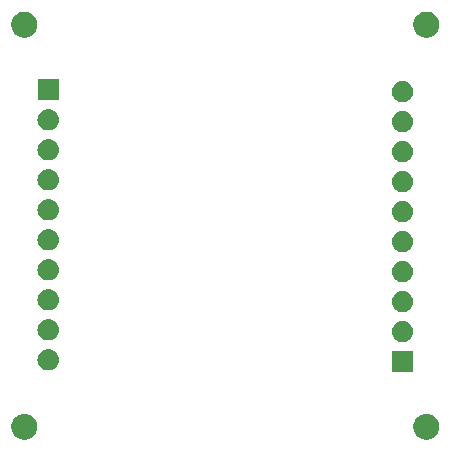
<source format=gbs>
G04 #@! TF.GenerationSoftware,KiCad,Pcbnew,5.0.2-bee76a0~70~ubuntu16.04.1*
G04 #@! TF.CreationDate,2019-08-01T02:01:20+05:30*
G04 #@! TF.ProjectId,AR0135_STM32F746G-DISCO_adapter_rev1,41523031-3335-45f5-9354-4d3332463734,rev?*
G04 #@! TF.SameCoordinates,Original*
G04 #@! TF.FileFunction,Soldermask,Bot*
G04 #@! TF.FilePolarity,Negative*
%FSLAX46Y46*%
G04 Gerber Fmt 4.6, Leading zero omitted, Abs format (unit mm)*
G04 Created by KiCad (PCBNEW 5.0.2-bee76a0~70~ubuntu16.04.1) date Thu Aug  1 02:01:20 2019*
%MOMM*%
%LPD*%
G01*
G04 APERTURE LIST*
%ADD10C,0.100000*%
G04 APERTURE END LIST*
D10*
G36*
X47234794Y-45940155D02*
X47341150Y-45961311D01*
X47411990Y-45990654D01*
X47541516Y-46044305D01*
X47721850Y-46164801D01*
X47875199Y-46318150D01*
X47995695Y-46498484D01*
X48078689Y-46698851D01*
X48121000Y-46911560D01*
X48121000Y-47128440D01*
X48078689Y-47341149D01*
X47995695Y-47541516D01*
X47875199Y-47721850D01*
X47721850Y-47875199D01*
X47541516Y-47995695D01*
X47411990Y-48049346D01*
X47341150Y-48078689D01*
X47234794Y-48099845D01*
X47128440Y-48121000D01*
X46911560Y-48121000D01*
X46805205Y-48099844D01*
X46698850Y-48078689D01*
X46628010Y-48049346D01*
X46498484Y-47995695D01*
X46318150Y-47875199D01*
X46164801Y-47721850D01*
X46044305Y-47541516D01*
X45961311Y-47341149D01*
X45919000Y-47128440D01*
X45919000Y-46911560D01*
X45961311Y-46698851D01*
X46044305Y-46498484D01*
X46164801Y-46318150D01*
X46318150Y-46164801D01*
X46498484Y-46044305D01*
X46628010Y-45990654D01*
X46698850Y-45961311D01*
X46805205Y-45940156D01*
X46911560Y-45919000D01*
X47128440Y-45919000D01*
X47234794Y-45940155D01*
X47234794Y-45940155D01*
G37*
G36*
X13194794Y-45940155D02*
X13301150Y-45961311D01*
X13371990Y-45990654D01*
X13501516Y-46044305D01*
X13681850Y-46164801D01*
X13835199Y-46318150D01*
X13955695Y-46498484D01*
X14038689Y-46698851D01*
X14081000Y-46911560D01*
X14081000Y-47128440D01*
X14038689Y-47341149D01*
X13955695Y-47541516D01*
X13835199Y-47721850D01*
X13681850Y-47875199D01*
X13501516Y-47995695D01*
X13371990Y-48049346D01*
X13301150Y-48078689D01*
X13194795Y-48099844D01*
X13088440Y-48121000D01*
X12871560Y-48121000D01*
X12765205Y-48099844D01*
X12658850Y-48078689D01*
X12588010Y-48049346D01*
X12458484Y-47995695D01*
X12278150Y-47875199D01*
X12124801Y-47721850D01*
X12004305Y-47541516D01*
X11921311Y-47341149D01*
X11879000Y-47128440D01*
X11879000Y-46911560D01*
X11921311Y-46698851D01*
X12004305Y-46498484D01*
X12124801Y-46318150D01*
X12278150Y-46164801D01*
X12458484Y-46044305D01*
X12588010Y-45990654D01*
X12658850Y-45961311D01*
X12765206Y-45940155D01*
X12871560Y-45919000D01*
X13088440Y-45919000D01*
X13194794Y-45940155D01*
X13194794Y-45940155D01*
G37*
G36*
X45901000Y-42401000D02*
X44099000Y-42401000D01*
X44099000Y-40599000D01*
X45901000Y-40599000D01*
X45901000Y-42401000D01*
X45901000Y-42401000D01*
G37*
G36*
X15110442Y-40465518D02*
X15176627Y-40472037D01*
X15289853Y-40506384D01*
X15346467Y-40523557D01*
X15485087Y-40597652D01*
X15502991Y-40607222D01*
X15538729Y-40636552D01*
X15640186Y-40719814D01*
X15723448Y-40821271D01*
X15752778Y-40857009D01*
X15752779Y-40857011D01*
X15836443Y-41013533D01*
X15836443Y-41013534D01*
X15887963Y-41183373D01*
X15905359Y-41360000D01*
X15887963Y-41536627D01*
X15853616Y-41649853D01*
X15836443Y-41706467D01*
X15762348Y-41845087D01*
X15752778Y-41862991D01*
X15723448Y-41898729D01*
X15640186Y-42000186D01*
X15538729Y-42083448D01*
X15502991Y-42112778D01*
X15502989Y-42112779D01*
X15346467Y-42196443D01*
X15289853Y-42213616D01*
X15176627Y-42247963D01*
X15110443Y-42254481D01*
X15044260Y-42261000D01*
X14955740Y-42261000D01*
X14889557Y-42254481D01*
X14823373Y-42247963D01*
X14710147Y-42213616D01*
X14653533Y-42196443D01*
X14497011Y-42112779D01*
X14497009Y-42112778D01*
X14461271Y-42083448D01*
X14359814Y-42000186D01*
X14276552Y-41898729D01*
X14247222Y-41862991D01*
X14237652Y-41845087D01*
X14163557Y-41706467D01*
X14146384Y-41649853D01*
X14112037Y-41536627D01*
X14094641Y-41360000D01*
X14112037Y-41183373D01*
X14163557Y-41013534D01*
X14163557Y-41013533D01*
X14247221Y-40857011D01*
X14247222Y-40857009D01*
X14276552Y-40821271D01*
X14359814Y-40719814D01*
X14461271Y-40636552D01*
X14497009Y-40607222D01*
X14514913Y-40597652D01*
X14653533Y-40523557D01*
X14710147Y-40506384D01*
X14823373Y-40472037D01*
X14889558Y-40465518D01*
X14955740Y-40459000D01*
X15044260Y-40459000D01*
X15110442Y-40465518D01*
X15110442Y-40465518D01*
G37*
G36*
X45110442Y-38065518D02*
X45176627Y-38072037D01*
X45289853Y-38106384D01*
X45346467Y-38123557D01*
X45451715Y-38179814D01*
X45502991Y-38207222D01*
X45538729Y-38236552D01*
X45640186Y-38319814D01*
X45723448Y-38421271D01*
X45752778Y-38457009D01*
X45752779Y-38457011D01*
X45836443Y-38613533D01*
X45836443Y-38613534D01*
X45887963Y-38783373D01*
X45905359Y-38960000D01*
X45887963Y-39136627D01*
X45878911Y-39166466D01*
X45836443Y-39306467D01*
X45762348Y-39445087D01*
X45752778Y-39462991D01*
X45723448Y-39498729D01*
X45640186Y-39600186D01*
X45538729Y-39683448D01*
X45502991Y-39712778D01*
X45502989Y-39712779D01*
X45346467Y-39796443D01*
X45289853Y-39813616D01*
X45176627Y-39847963D01*
X45110442Y-39854482D01*
X45044260Y-39861000D01*
X44955740Y-39861000D01*
X44889558Y-39854482D01*
X44823373Y-39847963D01*
X44710147Y-39813616D01*
X44653533Y-39796443D01*
X44497011Y-39712779D01*
X44497009Y-39712778D01*
X44461271Y-39683448D01*
X44359814Y-39600186D01*
X44276552Y-39498729D01*
X44247222Y-39462991D01*
X44237652Y-39445087D01*
X44163557Y-39306467D01*
X44121089Y-39166466D01*
X44112037Y-39136627D01*
X44094641Y-38960000D01*
X44112037Y-38783373D01*
X44163557Y-38613534D01*
X44163557Y-38613533D01*
X44247221Y-38457011D01*
X44247222Y-38457009D01*
X44276552Y-38421271D01*
X44359814Y-38319814D01*
X44461271Y-38236552D01*
X44497009Y-38207222D01*
X44548285Y-38179814D01*
X44653533Y-38123557D01*
X44710147Y-38106384D01*
X44823373Y-38072037D01*
X44889558Y-38065518D01*
X44955740Y-38059000D01*
X45044260Y-38059000D01*
X45110442Y-38065518D01*
X45110442Y-38065518D01*
G37*
G36*
X15110443Y-37925519D02*
X15176627Y-37932037D01*
X15289853Y-37966384D01*
X15346467Y-37983557D01*
X15485087Y-38057652D01*
X15502991Y-38067222D01*
X15538729Y-38096552D01*
X15640186Y-38179814D01*
X15723448Y-38281271D01*
X15752778Y-38317009D01*
X15752779Y-38317011D01*
X15836443Y-38473533D01*
X15836443Y-38473534D01*
X15887963Y-38643373D01*
X15905359Y-38820000D01*
X15887963Y-38996627D01*
X15853616Y-39109853D01*
X15836443Y-39166467D01*
X15762348Y-39305087D01*
X15752778Y-39322991D01*
X15723448Y-39358729D01*
X15640186Y-39460186D01*
X15538729Y-39543448D01*
X15502991Y-39572778D01*
X15502989Y-39572779D01*
X15346467Y-39656443D01*
X15289853Y-39673616D01*
X15176627Y-39707963D01*
X15110442Y-39714482D01*
X15044260Y-39721000D01*
X14955740Y-39721000D01*
X14889558Y-39714482D01*
X14823373Y-39707963D01*
X14710147Y-39673616D01*
X14653533Y-39656443D01*
X14497011Y-39572779D01*
X14497009Y-39572778D01*
X14461271Y-39543448D01*
X14359814Y-39460186D01*
X14276552Y-39358729D01*
X14247222Y-39322991D01*
X14237652Y-39305087D01*
X14163557Y-39166467D01*
X14146384Y-39109853D01*
X14112037Y-38996627D01*
X14094641Y-38820000D01*
X14112037Y-38643373D01*
X14163557Y-38473534D01*
X14163557Y-38473533D01*
X14247221Y-38317011D01*
X14247222Y-38317009D01*
X14276552Y-38281271D01*
X14359814Y-38179814D01*
X14461271Y-38096552D01*
X14497009Y-38067222D01*
X14514913Y-38057652D01*
X14653533Y-37983557D01*
X14710147Y-37966384D01*
X14823373Y-37932037D01*
X14889557Y-37925519D01*
X14955740Y-37919000D01*
X15044260Y-37919000D01*
X15110443Y-37925519D01*
X15110443Y-37925519D01*
G37*
G36*
X45110443Y-35525519D02*
X45176627Y-35532037D01*
X45289853Y-35566384D01*
X45346467Y-35583557D01*
X45451715Y-35639814D01*
X45502991Y-35667222D01*
X45538729Y-35696552D01*
X45640186Y-35779814D01*
X45723448Y-35881271D01*
X45752778Y-35917009D01*
X45752779Y-35917011D01*
X45836443Y-36073533D01*
X45836443Y-36073534D01*
X45887963Y-36243373D01*
X45905359Y-36420000D01*
X45887963Y-36596627D01*
X45878911Y-36626466D01*
X45836443Y-36766467D01*
X45762348Y-36905087D01*
X45752778Y-36922991D01*
X45723448Y-36958729D01*
X45640186Y-37060186D01*
X45538729Y-37143448D01*
X45502991Y-37172778D01*
X45502989Y-37172779D01*
X45346467Y-37256443D01*
X45289853Y-37273616D01*
X45176627Y-37307963D01*
X45110442Y-37314482D01*
X45044260Y-37321000D01*
X44955740Y-37321000D01*
X44889558Y-37314482D01*
X44823373Y-37307963D01*
X44710147Y-37273616D01*
X44653533Y-37256443D01*
X44497011Y-37172779D01*
X44497009Y-37172778D01*
X44461271Y-37143448D01*
X44359814Y-37060186D01*
X44276552Y-36958729D01*
X44247222Y-36922991D01*
X44237652Y-36905087D01*
X44163557Y-36766467D01*
X44121089Y-36626466D01*
X44112037Y-36596627D01*
X44094641Y-36420000D01*
X44112037Y-36243373D01*
X44163557Y-36073534D01*
X44163557Y-36073533D01*
X44247221Y-35917011D01*
X44247222Y-35917009D01*
X44276552Y-35881271D01*
X44359814Y-35779814D01*
X44461271Y-35696552D01*
X44497009Y-35667222D01*
X44548285Y-35639814D01*
X44653533Y-35583557D01*
X44710147Y-35566384D01*
X44823373Y-35532037D01*
X44889557Y-35525519D01*
X44955740Y-35519000D01*
X45044260Y-35519000D01*
X45110443Y-35525519D01*
X45110443Y-35525519D01*
G37*
G36*
X15110442Y-35385518D02*
X15176627Y-35392037D01*
X15289853Y-35426384D01*
X15346467Y-35443557D01*
X15485087Y-35517652D01*
X15502991Y-35527222D01*
X15538729Y-35556552D01*
X15640186Y-35639814D01*
X15723448Y-35741271D01*
X15752778Y-35777009D01*
X15752779Y-35777011D01*
X15836443Y-35933533D01*
X15836443Y-35933534D01*
X15887963Y-36103373D01*
X15905359Y-36280000D01*
X15887963Y-36456627D01*
X15853616Y-36569853D01*
X15836443Y-36626467D01*
X15762348Y-36765087D01*
X15752778Y-36782991D01*
X15723448Y-36818729D01*
X15640186Y-36920186D01*
X15538729Y-37003448D01*
X15502991Y-37032778D01*
X15502989Y-37032779D01*
X15346467Y-37116443D01*
X15289853Y-37133616D01*
X15176627Y-37167963D01*
X15110442Y-37174482D01*
X15044260Y-37181000D01*
X14955740Y-37181000D01*
X14889558Y-37174482D01*
X14823373Y-37167963D01*
X14710147Y-37133616D01*
X14653533Y-37116443D01*
X14497011Y-37032779D01*
X14497009Y-37032778D01*
X14461271Y-37003448D01*
X14359814Y-36920186D01*
X14276552Y-36818729D01*
X14247222Y-36782991D01*
X14237652Y-36765087D01*
X14163557Y-36626467D01*
X14146384Y-36569853D01*
X14112037Y-36456627D01*
X14094641Y-36280000D01*
X14112037Y-36103373D01*
X14163557Y-35933534D01*
X14163557Y-35933533D01*
X14247221Y-35777011D01*
X14247222Y-35777009D01*
X14276552Y-35741271D01*
X14359814Y-35639814D01*
X14461271Y-35556552D01*
X14497009Y-35527222D01*
X14514913Y-35517652D01*
X14653533Y-35443557D01*
X14710147Y-35426384D01*
X14823373Y-35392037D01*
X14889558Y-35385518D01*
X14955740Y-35379000D01*
X15044260Y-35379000D01*
X15110442Y-35385518D01*
X15110442Y-35385518D01*
G37*
G36*
X45110442Y-32985518D02*
X45176627Y-32992037D01*
X45289853Y-33026384D01*
X45346467Y-33043557D01*
X45451715Y-33099814D01*
X45502991Y-33127222D01*
X45538729Y-33156552D01*
X45640186Y-33239814D01*
X45723448Y-33341271D01*
X45752778Y-33377009D01*
X45752779Y-33377011D01*
X45836443Y-33533533D01*
X45836443Y-33533534D01*
X45887963Y-33703373D01*
X45905359Y-33880000D01*
X45887963Y-34056627D01*
X45878911Y-34086466D01*
X45836443Y-34226467D01*
X45762348Y-34365087D01*
X45752778Y-34382991D01*
X45723448Y-34418729D01*
X45640186Y-34520186D01*
X45538729Y-34603448D01*
X45502991Y-34632778D01*
X45502989Y-34632779D01*
X45346467Y-34716443D01*
X45289853Y-34733616D01*
X45176627Y-34767963D01*
X45110442Y-34774482D01*
X45044260Y-34781000D01*
X44955740Y-34781000D01*
X44889558Y-34774482D01*
X44823373Y-34767963D01*
X44710147Y-34733616D01*
X44653533Y-34716443D01*
X44497011Y-34632779D01*
X44497009Y-34632778D01*
X44461271Y-34603448D01*
X44359814Y-34520186D01*
X44276552Y-34418729D01*
X44247222Y-34382991D01*
X44237652Y-34365087D01*
X44163557Y-34226467D01*
X44121089Y-34086466D01*
X44112037Y-34056627D01*
X44094641Y-33880000D01*
X44112037Y-33703373D01*
X44163557Y-33533534D01*
X44163557Y-33533533D01*
X44247221Y-33377011D01*
X44247222Y-33377009D01*
X44276552Y-33341271D01*
X44359814Y-33239814D01*
X44461271Y-33156552D01*
X44497009Y-33127222D01*
X44548285Y-33099814D01*
X44653533Y-33043557D01*
X44710147Y-33026384D01*
X44823373Y-32992037D01*
X44889558Y-32985518D01*
X44955740Y-32979000D01*
X45044260Y-32979000D01*
X45110442Y-32985518D01*
X45110442Y-32985518D01*
G37*
G36*
X15110443Y-32845519D02*
X15176627Y-32852037D01*
X15289853Y-32886384D01*
X15346467Y-32903557D01*
X15485087Y-32977652D01*
X15502991Y-32987222D01*
X15538729Y-33016552D01*
X15640186Y-33099814D01*
X15723448Y-33201271D01*
X15752778Y-33237009D01*
X15752779Y-33237011D01*
X15836443Y-33393533D01*
X15836443Y-33393534D01*
X15887963Y-33563373D01*
X15905359Y-33740000D01*
X15887963Y-33916627D01*
X15853616Y-34029853D01*
X15836443Y-34086467D01*
X15762348Y-34225087D01*
X15752778Y-34242991D01*
X15723448Y-34278729D01*
X15640186Y-34380186D01*
X15538729Y-34463448D01*
X15502991Y-34492778D01*
X15502989Y-34492779D01*
X15346467Y-34576443D01*
X15289853Y-34593616D01*
X15176627Y-34627963D01*
X15110442Y-34634482D01*
X15044260Y-34641000D01*
X14955740Y-34641000D01*
X14889558Y-34634482D01*
X14823373Y-34627963D01*
X14710147Y-34593616D01*
X14653533Y-34576443D01*
X14497011Y-34492779D01*
X14497009Y-34492778D01*
X14461271Y-34463448D01*
X14359814Y-34380186D01*
X14276552Y-34278729D01*
X14247222Y-34242991D01*
X14237652Y-34225087D01*
X14163557Y-34086467D01*
X14146384Y-34029853D01*
X14112037Y-33916627D01*
X14094641Y-33740000D01*
X14112037Y-33563373D01*
X14163557Y-33393534D01*
X14163557Y-33393533D01*
X14247221Y-33237011D01*
X14247222Y-33237009D01*
X14276552Y-33201271D01*
X14359814Y-33099814D01*
X14461271Y-33016552D01*
X14497009Y-32987222D01*
X14514913Y-32977652D01*
X14653533Y-32903557D01*
X14710147Y-32886384D01*
X14823373Y-32852037D01*
X14889557Y-32845519D01*
X14955740Y-32839000D01*
X15044260Y-32839000D01*
X15110443Y-32845519D01*
X15110443Y-32845519D01*
G37*
G36*
X45110442Y-30445518D02*
X45176627Y-30452037D01*
X45289853Y-30486384D01*
X45346467Y-30503557D01*
X45451715Y-30559814D01*
X45502991Y-30587222D01*
X45538729Y-30616552D01*
X45640186Y-30699814D01*
X45723448Y-30801271D01*
X45752778Y-30837009D01*
X45752779Y-30837011D01*
X45836443Y-30993533D01*
X45836443Y-30993534D01*
X45887963Y-31163373D01*
X45905359Y-31340000D01*
X45887963Y-31516627D01*
X45878911Y-31546466D01*
X45836443Y-31686467D01*
X45762348Y-31825087D01*
X45752778Y-31842991D01*
X45723448Y-31878729D01*
X45640186Y-31980186D01*
X45538729Y-32063448D01*
X45502991Y-32092778D01*
X45502989Y-32092779D01*
X45346467Y-32176443D01*
X45289853Y-32193616D01*
X45176627Y-32227963D01*
X45110442Y-32234482D01*
X45044260Y-32241000D01*
X44955740Y-32241000D01*
X44889558Y-32234482D01*
X44823373Y-32227963D01*
X44710147Y-32193616D01*
X44653533Y-32176443D01*
X44497011Y-32092779D01*
X44497009Y-32092778D01*
X44461271Y-32063448D01*
X44359814Y-31980186D01*
X44276552Y-31878729D01*
X44247222Y-31842991D01*
X44237652Y-31825087D01*
X44163557Y-31686467D01*
X44121089Y-31546466D01*
X44112037Y-31516627D01*
X44094641Y-31340000D01*
X44112037Y-31163373D01*
X44163557Y-30993534D01*
X44163557Y-30993533D01*
X44247221Y-30837011D01*
X44247222Y-30837009D01*
X44276552Y-30801271D01*
X44359814Y-30699814D01*
X44461271Y-30616552D01*
X44497009Y-30587222D01*
X44548285Y-30559814D01*
X44653533Y-30503557D01*
X44710147Y-30486384D01*
X44823373Y-30452037D01*
X44889558Y-30445518D01*
X44955740Y-30439000D01*
X45044260Y-30439000D01*
X45110442Y-30445518D01*
X45110442Y-30445518D01*
G37*
G36*
X15110442Y-30305518D02*
X15176627Y-30312037D01*
X15289853Y-30346384D01*
X15346467Y-30363557D01*
X15485087Y-30437652D01*
X15502991Y-30447222D01*
X15538729Y-30476552D01*
X15640186Y-30559814D01*
X15723448Y-30661271D01*
X15752778Y-30697009D01*
X15752779Y-30697011D01*
X15836443Y-30853533D01*
X15836443Y-30853534D01*
X15887963Y-31023373D01*
X15905359Y-31200000D01*
X15887963Y-31376627D01*
X15853616Y-31489853D01*
X15836443Y-31546467D01*
X15762348Y-31685087D01*
X15752778Y-31702991D01*
X15723448Y-31738729D01*
X15640186Y-31840186D01*
X15538729Y-31923448D01*
X15502991Y-31952778D01*
X15502989Y-31952779D01*
X15346467Y-32036443D01*
X15289853Y-32053616D01*
X15176627Y-32087963D01*
X15110442Y-32094482D01*
X15044260Y-32101000D01*
X14955740Y-32101000D01*
X14889558Y-32094482D01*
X14823373Y-32087963D01*
X14710147Y-32053616D01*
X14653533Y-32036443D01*
X14497011Y-31952779D01*
X14497009Y-31952778D01*
X14461271Y-31923448D01*
X14359814Y-31840186D01*
X14276552Y-31738729D01*
X14247222Y-31702991D01*
X14237652Y-31685087D01*
X14163557Y-31546467D01*
X14146384Y-31489853D01*
X14112037Y-31376627D01*
X14094641Y-31200000D01*
X14112037Y-31023373D01*
X14163557Y-30853534D01*
X14163557Y-30853533D01*
X14247221Y-30697011D01*
X14247222Y-30697009D01*
X14276552Y-30661271D01*
X14359814Y-30559814D01*
X14461271Y-30476552D01*
X14497009Y-30447222D01*
X14514913Y-30437652D01*
X14653533Y-30363557D01*
X14710147Y-30346384D01*
X14823373Y-30312037D01*
X14889558Y-30305518D01*
X14955740Y-30299000D01*
X15044260Y-30299000D01*
X15110442Y-30305518D01*
X15110442Y-30305518D01*
G37*
G36*
X45110442Y-27905518D02*
X45176627Y-27912037D01*
X45289853Y-27946384D01*
X45346467Y-27963557D01*
X45451715Y-28019814D01*
X45502991Y-28047222D01*
X45538729Y-28076552D01*
X45640186Y-28159814D01*
X45723448Y-28261271D01*
X45752778Y-28297009D01*
X45752779Y-28297011D01*
X45836443Y-28453533D01*
X45836443Y-28453534D01*
X45887963Y-28623373D01*
X45905359Y-28800000D01*
X45887963Y-28976627D01*
X45878911Y-29006466D01*
X45836443Y-29146467D01*
X45762348Y-29285087D01*
X45752778Y-29302991D01*
X45723448Y-29338729D01*
X45640186Y-29440186D01*
X45538729Y-29523448D01*
X45502991Y-29552778D01*
X45502989Y-29552779D01*
X45346467Y-29636443D01*
X45289853Y-29653616D01*
X45176627Y-29687963D01*
X45110442Y-29694482D01*
X45044260Y-29701000D01*
X44955740Y-29701000D01*
X44889558Y-29694482D01*
X44823373Y-29687963D01*
X44710147Y-29653616D01*
X44653533Y-29636443D01*
X44497011Y-29552779D01*
X44497009Y-29552778D01*
X44461271Y-29523448D01*
X44359814Y-29440186D01*
X44276552Y-29338729D01*
X44247222Y-29302991D01*
X44237652Y-29285087D01*
X44163557Y-29146467D01*
X44121089Y-29006466D01*
X44112037Y-28976627D01*
X44094641Y-28800000D01*
X44112037Y-28623373D01*
X44163557Y-28453534D01*
X44163557Y-28453533D01*
X44247221Y-28297011D01*
X44247222Y-28297009D01*
X44276552Y-28261271D01*
X44359814Y-28159814D01*
X44461271Y-28076552D01*
X44497009Y-28047222D01*
X44548285Y-28019814D01*
X44653533Y-27963557D01*
X44710147Y-27946384D01*
X44823373Y-27912037D01*
X44889558Y-27905518D01*
X44955740Y-27899000D01*
X45044260Y-27899000D01*
X45110442Y-27905518D01*
X45110442Y-27905518D01*
G37*
G36*
X15110442Y-27765518D02*
X15176627Y-27772037D01*
X15289853Y-27806384D01*
X15346467Y-27823557D01*
X15485087Y-27897652D01*
X15502991Y-27907222D01*
X15538729Y-27936552D01*
X15640186Y-28019814D01*
X15723448Y-28121271D01*
X15752778Y-28157009D01*
X15752779Y-28157011D01*
X15836443Y-28313533D01*
X15836443Y-28313534D01*
X15887963Y-28483373D01*
X15905359Y-28660000D01*
X15887963Y-28836627D01*
X15853616Y-28949853D01*
X15836443Y-29006467D01*
X15762348Y-29145087D01*
X15752778Y-29162991D01*
X15723448Y-29198729D01*
X15640186Y-29300186D01*
X15538729Y-29383448D01*
X15502991Y-29412778D01*
X15502989Y-29412779D01*
X15346467Y-29496443D01*
X15289853Y-29513616D01*
X15176627Y-29547963D01*
X15110442Y-29554482D01*
X15044260Y-29561000D01*
X14955740Y-29561000D01*
X14889558Y-29554482D01*
X14823373Y-29547963D01*
X14710147Y-29513616D01*
X14653533Y-29496443D01*
X14497011Y-29412779D01*
X14497009Y-29412778D01*
X14461271Y-29383448D01*
X14359814Y-29300186D01*
X14276552Y-29198729D01*
X14247222Y-29162991D01*
X14237652Y-29145087D01*
X14163557Y-29006467D01*
X14146384Y-28949853D01*
X14112037Y-28836627D01*
X14094641Y-28660000D01*
X14112037Y-28483373D01*
X14163557Y-28313534D01*
X14163557Y-28313533D01*
X14247221Y-28157011D01*
X14247222Y-28157009D01*
X14276552Y-28121271D01*
X14359814Y-28019814D01*
X14461271Y-27936552D01*
X14497009Y-27907222D01*
X14514913Y-27897652D01*
X14653533Y-27823557D01*
X14710147Y-27806384D01*
X14823373Y-27772037D01*
X14889558Y-27765518D01*
X14955740Y-27759000D01*
X15044260Y-27759000D01*
X15110442Y-27765518D01*
X15110442Y-27765518D01*
G37*
G36*
X45110443Y-25365519D02*
X45176627Y-25372037D01*
X45289853Y-25406384D01*
X45346467Y-25423557D01*
X45451715Y-25479814D01*
X45502991Y-25507222D01*
X45538729Y-25536552D01*
X45640186Y-25619814D01*
X45723448Y-25721271D01*
X45752778Y-25757009D01*
X45752779Y-25757011D01*
X45836443Y-25913533D01*
X45836443Y-25913534D01*
X45887963Y-26083373D01*
X45905359Y-26260000D01*
X45887963Y-26436627D01*
X45878911Y-26466466D01*
X45836443Y-26606467D01*
X45762348Y-26745087D01*
X45752778Y-26762991D01*
X45723448Y-26798729D01*
X45640186Y-26900186D01*
X45538729Y-26983448D01*
X45502991Y-27012778D01*
X45502989Y-27012779D01*
X45346467Y-27096443D01*
X45289853Y-27113616D01*
X45176627Y-27147963D01*
X45110442Y-27154482D01*
X45044260Y-27161000D01*
X44955740Y-27161000D01*
X44889558Y-27154482D01*
X44823373Y-27147963D01*
X44710147Y-27113616D01*
X44653533Y-27096443D01*
X44497011Y-27012779D01*
X44497009Y-27012778D01*
X44461271Y-26983448D01*
X44359814Y-26900186D01*
X44276552Y-26798729D01*
X44247222Y-26762991D01*
X44237652Y-26745087D01*
X44163557Y-26606467D01*
X44121089Y-26466466D01*
X44112037Y-26436627D01*
X44094641Y-26260000D01*
X44112037Y-26083373D01*
X44163557Y-25913534D01*
X44163557Y-25913533D01*
X44247221Y-25757011D01*
X44247222Y-25757009D01*
X44276552Y-25721271D01*
X44359814Y-25619814D01*
X44461271Y-25536552D01*
X44497009Y-25507222D01*
X44548285Y-25479814D01*
X44653533Y-25423557D01*
X44710147Y-25406384D01*
X44823373Y-25372037D01*
X44889557Y-25365519D01*
X44955740Y-25359000D01*
X45044260Y-25359000D01*
X45110443Y-25365519D01*
X45110443Y-25365519D01*
G37*
G36*
X15110443Y-25225519D02*
X15176627Y-25232037D01*
X15289853Y-25266384D01*
X15346467Y-25283557D01*
X15485087Y-25357652D01*
X15502991Y-25367222D01*
X15538729Y-25396552D01*
X15640186Y-25479814D01*
X15723448Y-25581271D01*
X15752778Y-25617009D01*
X15752779Y-25617011D01*
X15836443Y-25773533D01*
X15836443Y-25773534D01*
X15887963Y-25943373D01*
X15905359Y-26120000D01*
X15887963Y-26296627D01*
X15853616Y-26409853D01*
X15836443Y-26466467D01*
X15762348Y-26605087D01*
X15752778Y-26622991D01*
X15723448Y-26658729D01*
X15640186Y-26760186D01*
X15538729Y-26843448D01*
X15502991Y-26872778D01*
X15502989Y-26872779D01*
X15346467Y-26956443D01*
X15289853Y-26973616D01*
X15176627Y-27007963D01*
X15110442Y-27014482D01*
X15044260Y-27021000D01*
X14955740Y-27021000D01*
X14889558Y-27014482D01*
X14823373Y-27007963D01*
X14710147Y-26973616D01*
X14653533Y-26956443D01*
X14497011Y-26872779D01*
X14497009Y-26872778D01*
X14461271Y-26843448D01*
X14359814Y-26760186D01*
X14276552Y-26658729D01*
X14247222Y-26622991D01*
X14237652Y-26605087D01*
X14163557Y-26466467D01*
X14146384Y-26409853D01*
X14112037Y-26296627D01*
X14094641Y-26120000D01*
X14112037Y-25943373D01*
X14163557Y-25773534D01*
X14163557Y-25773533D01*
X14247221Y-25617011D01*
X14247222Y-25617009D01*
X14276552Y-25581271D01*
X14359814Y-25479814D01*
X14461271Y-25396552D01*
X14497009Y-25367222D01*
X14514913Y-25357652D01*
X14653533Y-25283557D01*
X14710147Y-25266384D01*
X14823373Y-25232037D01*
X14889558Y-25225518D01*
X14955740Y-25219000D01*
X15044260Y-25219000D01*
X15110443Y-25225519D01*
X15110443Y-25225519D01*
G37*
G36*
X45110443Y-22825519D02*
X45176627Y-22832037D01*
X45289853Y-22866384D01*
X45346467Y-22883557D01*
X45451715Y-22939814D01*
X45502991Y-22967222D01*
X45538729Y-22996552D01*
X45640186Y-23079814D01*
X45723448Y-23181271D01*
X45752778Y-23217009D01*
X45752779Y-23217011D01*
X45836443Y-23373533D01*
X45836443Y-23373534D01*
X45887963Y-23543373D01*
X45905359Y-23720000D01*
X45887963Y-23896627D01*
X45878911Y-23926466D01*
X45836443Y-24066467D01*
X45762348Y-24205087D01*
X45752778Y-24222991D01*
X45723448Y-24258729D01*
X45640186Y-24360186D01*
X45538729Y-24443448D01*
X45502991Y-24472778D01*
X45502989Y-24472779D01*
X45346467Y-24556443D01*
X45289853Y-24573616D01*
X45176627Y-24607963D01*
X45110443Y-24614481D01*
X45044260Y-24621000D01*
X44955740Y-24621000D01*
X44889557Y-24614481D01*
X44823373Y-24607963D01*
X44710147Y-24573616D01*
X44653533Y-24556443D01*
X44497011Y-24472779D01*
X44497009Y-24472778D01*
X44461271Y-24443448D01*
X44359814Y-24360186D01*
X44276552Y-24258729D01*
X44247222Y-24222991D01*
X44237652Y-24205087D01*
X44163557Y-24066467D01*
X44121089Y-23926466D01*
X44112037Y-23896627D01*
X44094641Y-23720000D01*
X44112037Y-23543373D01*
X44163557Y-23373534D01*
X44163557Y-23373533D01*
X44247221Y-23217011D01*
X44247222Y-23217009D01*
X44276552Y-23181271D01*
X44359814Y-23079814D01*
X44461271Y-22996552D01*
X44497009Y-22967222D01*
X44548285Y-22939814D01*
X44653533Y-22883557D01*
X44710147Y-22866384D01*
X44823373Y-22832037D01*
X44889557Y-22825519D01*
X44955740Y-22819000D01*
X45044260Y-22819000D01*
X45110443Y-22825519D01*
X45110443Y-22825519D01*
G37*
G36*
X15110443Y-22685519D02*
X15176627Y-22692037D01*
X15289853Y-22726384D01*
X15346467Y-22743557D01*
X15485087Y-22817652D01*
X15502991Y-22827222D01*
X15538729Y-22856552D01*
X15640186Y-22939814D01*
X15723448Y-23041271D01*
X15752778Y-23077009D01*
X15752779Y-23077011D01*
X15836443Y-23233533D01*
X15836443Y-23233534D01*
X15887963Y-23403373D01*
X15905359Y-23580000D01*
X15887963Y-23756627D01*
X15853616Y-23869853D01*
X15836443Y-23926467D01*
X15762348Y-24065087D01*
X15752778Y-24082991D01*
X15723448Y-24118729D01*
X15640186Y-24220186D01*
X15538729Y-24303448D01*
X15502991Y-24332778D01*
X15502989Y-24332779D01*
X15346467Y-24416443D01*
X15289853Y-24433616D01*
X15176627Y-24467963D01*
X15110442Y-24474482D01*
X15044260Y-24481000D01*
X14955740Y-24481000D01*
X14889558Y-24474482D01*
X14823373Y-24467963D01*
X14710147Y-24433616D01*
X14653533Y-24416443D01*
X14497011Y-24332779D01*
X14497009Y-24332778D01*
X14461271Y-24303448D01*
X14359814Y-24220186D01*
X14276552Y-24118729D01*
X14247222Y-24082991D01*
X14237652Y-24065087D01*
X14163557Y-23926467D01*
X14146384Y-23869853D01*
X14112037Y-23756627D01*
X14094641Y-23580000D01*
X14112037Y-23403373D01*
X14163557Y-23233534D01*
X14163557Y-23233533D01*
X14247221Y-23077011D01*
X14247222Y-23077009D01*
X14276552Y-23041271D01*
X14359814Y-22939814D01*
X14461271Y-22856552D01*
X14497009Y-22827222D01*
X14514913Y-22817652D01*
X14653533Y-22743557D01*
X14710147Y-22726384D01*
X14823373Y-22692037D01*
X14889557Y-22685519D01*
X14955740Y-22679000D01*
X15044260Y-22679000D01*
X15110443Y-22685519D01*
X15110443Y-22685519D01*
G37*
G36*
X45110443Y-20285519D02*
X45176627Y-20292037D01*
X45289853Y-20326384D01*
X45346467Y-20343557D01*
X45451715Y-20399814D01*
X45502991Y-20427222D01*
X45538729Y-20456552D01*
X45640186Y-20539814D01*
X45723448Y-20641271D01*
X45752778Y-20677009D01*
X45752779Y-20677011D01*
X45836443Y-20833533D01*
X45836443Y-20833534D01*
X45887963Y-21003373D01*
X45905359Y-21180000D01*
X45887963Y-21356627D01*
X45878911Y-21386466D01*
X45836443Y-21526467D01*
X45762348Y-21665087D01*
X45752778Y-21682991D01*
X45723448Y-21718729D01*
X45640186Y-21820186D01*
X45538729Y-21903448D01*
X45502991Y-21932778D01*
X45502989Y-21932779D01*
X45346467Y-22016443D01*
X45289853Y-22033616D01*
X45176627Y-22067963D01*
X45110442Y-22074482D01*
X45044260Y-22081000D01*
X44955740Y-22081000D01*
X44889557Y-22074481D01*
X44823373Y-22067963D01*
X44710147Y-22033616D01*
X44653533Y-22016443D01*
X44497011Y-21932779D01*
X44497009Y-21932778D01*
X44461271Y-21903448D01*
X44359814Y-21820186D01*
X44276552Y-21718729D01*
X44247222Y-21682991D01*
X44237652Y-21665087D01*
X44163557Y-21526467D01*
X44121089Y-21386466D01*
X44112037Y-21356627D01*
X44094641Y-21180000D01*
X44112037Y-21003373D01*
X44163557Y-20833534D01*
X44163557Y-20833533D01*
X44247221Y-20677011D01*
X44247222Y-20677009D01*
X44276552Y-20641271D01*
X44359814Y-20539814D01*
X44461271Y-20456552D01*
X44497009Y-20427222D01*
X44548285Y-20399814D01*
X44653533Y-20343557D01*
X44710147Y-20326384D01*
X44823373Y-20292037D01*
X44889557Y-20285519D01*
X44955740Y-20279000D01*
X45044260Y-20279000D01*
X45110443Y-20285519D01*
X45110443Y-20285519D01*
G37*
G36*
X15110443Y-20145519D02*
X15176627Y-20152037D01*
X15289853Y-20186384D01*
X15346467Y-20203557D01*
X15485087Y-20277652D01*
X15502991Y-20287222D01*
X15538729Y-20316552D01*
X15640186Y-20399814D01*
X15723448Y-20501271D01*
X15752778Y-20537009D01*
X15752779Y-20537011D01*
X15836443Y-20693533D01*
X15836443Y-20693534D01*
X15887963Y-20863373D01*
X15905359Y-21040000D01*
X15887963Y-21216627D01*
X15853616Y-21329853D01*
X15836443Y-21386467D01*
X15762348Y-21525087D01*
X15752778Y-21542991D01*
X15723448Y-21578729D01*
X15640186Y-21680186D01*
X15538729Y-21763448D01*
X15502991Y-21792778D01*
X15502989Y-21792779D01*
X15346467Y-21876443D01*
X15289853Y-21893616D01*
X15176627Y-21927963D01*
X15110443Y-21934481D01*
X15044260Y-21941000D01*
X14955740Y-21941000D01*
X14889557Y-21934481D01*
X14823373Y-21927963D01*
X14710147Y-21893616D01*
X14653533Y-21876443D01*
X14497011Y-21792779D01*
X14497009Y-21792778D01*
X14461271Y-21763448D01*
X14359814Y-21680186D01*
X14276552Y-21578729D01*
X14247222Y-21542991D01*
X14237652Y-21525087D01*
X14163557Y-21386467D01*
X14146384Y-21329853D01*
X14112037Y-21216627D01*
X14094641Y-21040000D01*
X14112037Y-20863373D01*
X14163557Y-20693534D01*
X14163557Y-20693533D01*
X14247221Y-20537011D01*
X14247222Y-20537009D01*
X14276552Y-20501271D01*
X14359814Y-20399814D01*
X14461271Y-20316552D01*
X14497009Y-20287222D01*
X14514913Y-20277652D01*
X14653533Y-20203557D01*
X14710147Y-20186384D01*
X14823373Y-20152037D01*
X14889557Y-20145519D01*
X14955740Y-20139000D01*
X15044260Y-20139000D01*
X15110443Y-20145519D01*
X15110443Y-20145519D01*
G37*
G36*
X45110442Y-17745518D02*
X45176627Y-17752037D01*
X45289853Y-17786384D01*
X45346467Y-17803557D01*
X45485087Y-17877652D01*
X45502991Y-17887222D01*
X45538729Y-17916552D01*
X45640186Y-17999814D01*
X45723448Y-18101271D01*
X45752778Y-18137009D01*
X45752779Y-18137011D01*
X45836443Y-18293533D01*
X45836443Y-18293534D01*
X45887963Y-18463373D01*
X45905359Y-18640000D01*
X45887963Y-18816627D01*
X45853616Y-18929853D01*
X45836443Y-18986467D01*
X45762348Y-19125087D01*
X45752778Y-19142991D01*
X45723448Y-19178729D01*
X45640186Y-19280186D01*
X45538729Y-19363448D01*
X45502991Y-19392778D01*
X45502989Y-19392779D01*
X45346467Y-19476443D01*
X45289853Y-19493616D01*
X45176627Y-19527963D01*
X45110443Y-19534481D01*
X45044260Y-19541000D01*
X44955740Y-19541000D01*
X44889557Y-19534481D01*
X44823373Y-19527963D01*
X44710147Y-19493616D01*
X44653533Y-19476443D01*
X44497011Y-19392779D01*
X44497009Y-19392778D01*
X44461271Y-19363448D01*
X44359814Y-19280186D01*
X44276552Y-19178729D01*
X44247222Y-19142991D01*
X44237652Y-19125087D01*
X44163557Y-18986467D01*
X44146384Y-18929853D01*
X44112037Y-18816627D01*
X44094641Y-18640000D01*
X44112037Y-18463373D01*
X44163557Y-18293534D01*
X44163557Y-18293533D01*
X44247221Y-18137011D01*
X44247222Y-18137009D01*
X44276552Y-18101271D01*
X44359814Y-17999814D01*
X44461271Y-17916552D01*
X44497009Y-17887222D01*
X44514913Y-17877652D01*
X44653533Y-17803557D01*
X44710147Y-17786384D01*
X44823373Y-17752037D01*
X44889558Y-17745518D01*
X44955740Y-17739000D01*
X45044260Y-17739000D01*
X45110442Y-17745518D01*
X45110442Y-17745518D01*
G37*
G36*
X15901000Y-19401000D02*
X14099000Y-19401000D01*
X14099000Y-17599000D01*
X15901000Y-17599000D01*
X15901000Y-19401000D01*
X15901000Y-19401000D01*
G37*
G36*
X47234794Y-11900155D02*
X47341150Y-11921311D01*
X47411990Y-11950654D01*
X47541516Y-12004305D01*
X47721850Y-12124801D01*
X47875199Y-12278150D01*
X47995695Y-12458484D01*
X48078689Y-12658851D01*
X48121000Y-12871560D01*
X48121000Y-13088440D01*
X48078689Y-13301149D01*
X47995695Y-13501516D01*
X47875199Y-13681850D01*
X47721850Y-13835199D01*
X47541516Y-13955695D01*
X47411990Y-14009346D01*
X47341150Y-14038689D01*
X47234795Y-14059844D01*
X47128440Y-14081000D01*
X46911560Y-14081000D01*
X46805205Y-14059844D01*
X46698850Y-14038689D01*
X46628010Y-14009346D01*
X46498484Y-13955695D01*
X46318150Y-13835199D01*
X46164801Y-13681850D01*
X46044305Y-13501516D01*
X45961311Y-13301149D01*
X45919000Y-13088440D01*
X45919000Y-12871560D01*
X45961311Y-12658851D01*
X46044305Y-12458484D01*
X46164801Y-12278150D01*
X46318150Y-12124801D01*
X46498484Y-12004305D01*
X46628010Y-11950654D01*
X46698850Y-11921311D01*
X46805206Y-11900155D01*
X46911560Y-11879000D01*
X47128440Y-11879000D01*
X47234794Y-11900155D01*
X47234794Y-11900155D01*
G37*
G36*
X13194794Y-11900155D02*
X13301150Y-11921311D01*
X13371990Y-11950654D01*
X13501516Y-12004305D01*
X13681850Y-12124801D01*
X13835199Y-12278150D01*
X13955695Y-12458484D01*
X14038689Y-12658851D01*
X14081000Y-12871560D01*
X14081000Y-13088440D01*
X14038689Y-13301149D01*
X13955695Y-13501516D01*
X13835199Y-13681850D01*
X13681850Y-13835199D01*
X13501516Y-13955695D01*
X13371990Y-14009346D01*
X13301150Y-14038689D01*
X13194795Y-14059844D01*
X13088440Y-14081000D01*
X12871560Y-14081000D01*
X12765205Y-14059844D01*
X12658850Y-14038689D01*
X12588010Y-14009346D01*
X12458484Y-13955695D01*
X12278150Y-13835199D01*
X12124801Y-13681850D01*
X12004305Y-13501516D01*
X11921311Y-13301149D01*
X11879000Y-13088440D01*
X11879000Y-12871560D01*
X11921311Y-12658851D01*
X12004305Y-12458484D01*
X12124801Y-12278150D01*
X12278150Y-12124801D01*
X12458484Y-12004305D01*
X12588010Y-11950654D01*
X12658850Y-11921311D01*
X12765206Y-11900155D01*
X12871560Y-11879000D01*
X13088440Y-11879000D01*
X13194794Y-11900155D01*
X13194794Y-11900155D01*
G37*
M02*

</source>
